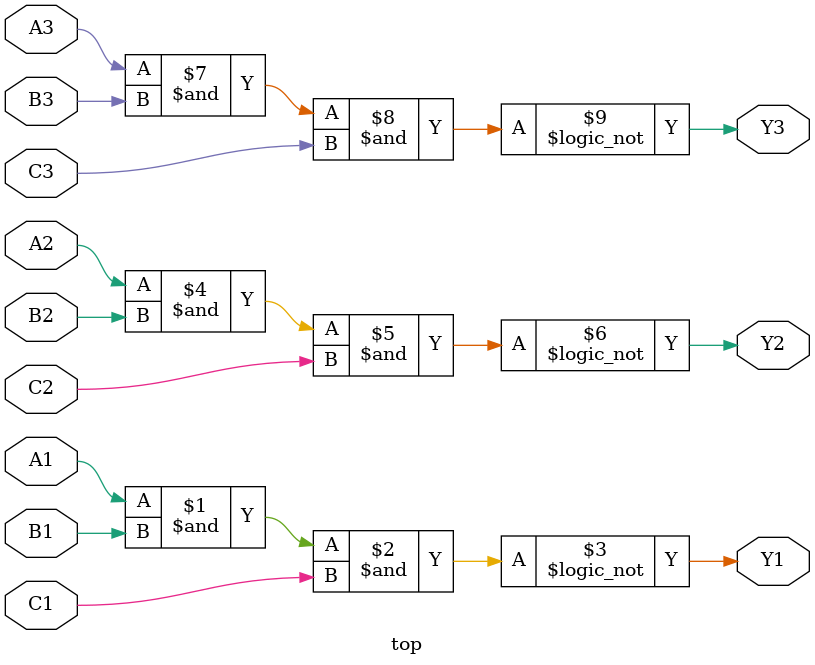
<source format=v>

/*
 * 74x10: Tripple 3-input NAND gate
 */
module top(A1, B1, C1, Y1,
           A2, B2, C2, Y2,
           A3, B3, C3, Y3);

   (* LOC = "FB1_1" *) input A1;
   (* LOC = "FB1_2" *) input B1;
   (* LOC = "FB1_3" *) input C1;
   (* LOC = "FB1_4" *) output Y1;

   (* LOC = "FB1_5" *) input A2;
   (* LOC = "FB1_6" *) input B2;
   (* LOC = "FB1_7" *) input C2;
   (* LOC = "FB1_8" *) output Y2;

   (* LOC = "FB1_9" *) input A3;
   (* LOC = "FB1_10" *) input B3;
   (* LOC = "FB1_11" *) input C3;
   (* LOC = "FB1_12" *) output Y3;

   assign Y1 = !(A1 & B1 & C1);
   assign Y2 = !(A2 & B2 & C2);
   assign Y3 = !(A3 & B3 & C3);

endmodule

</source>
